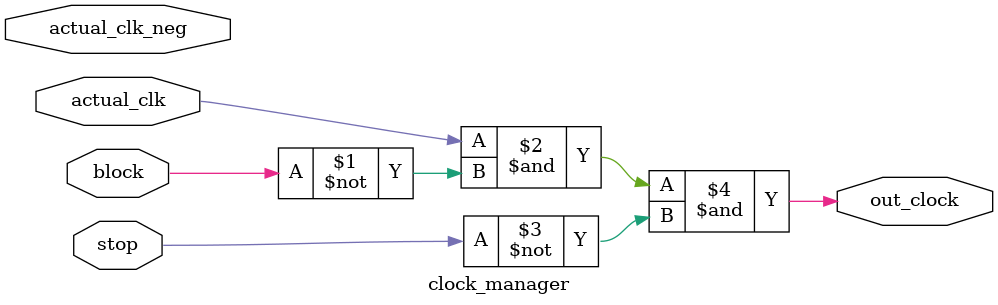
<source format=v>
module clock_manager(actual_clk, actual_clk_neg, block, stop, out_clock);

	//blocking does it temporarily, while stopping cannot be reversed.
	input actual_clk, actual_clk_neg, block, stop;
	output wire out_clock;
	
	assign out_clock = actual_clk & ~block & ~stop;

endmodule
</source>
